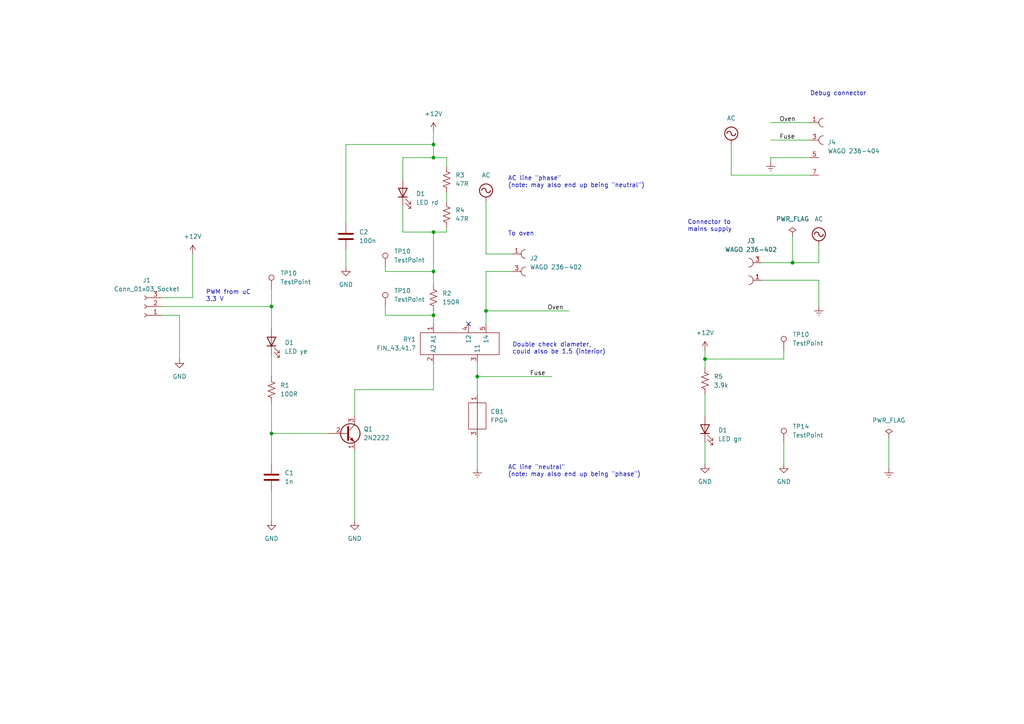
<source format=kicad_sch>
(kicad_sch (version 20230121) (generator eeschema)
  (paper "A4")
  (lib_symbols
    (symbol "Connector:Conn_01x03_Socket" (pin_names (offset 1.016) hide)
      (property "Reference" "J" (at 0 5.08 0))
      (property "Value" "Conn_01x03_Socket" (at 0 -5.08 0))
      (symbol "Conn_01x03_Socket_1_1"
        (arc (start 0 -2.032) (mid -0.5058 -2.54) (end 0 -3.048) (stroke (width 0.1524)))
        (polyline (pts (xy -1.27 -2.54) (xy -0.508 -2.54)) (stroke (width 0.1524)))
        (polyline (pts (xy -1.27 0) (xy -0.508 0)) (stroke (width 0.1524)))
        (polyline (pts (xy -1.27 2.54) (xy -0.508 2.54)) (stroke (width 0.1524)))
        (arc (start 0 0.508) (mid -0.5058 0) (end 0 -0.508) (stroke (width 0.1524)))
        (arc (start 0 3.048) (mid -0.5058 2.54) (end 0 2.032) (stroke (width 0.1524)))
        (pin passive line (at -5.08 2.54 0) (length 3.81) (name "Pin_1") (number "1"))
        (pin passive line (at -5.08 0 0) (length 3.81) (name "Pin_2") (number "2"))
        (pin passive line (at -5.08 -2.54 0) (length 3.81) (name "Pin_3") (number "3"))
      )
    )
    (symbol "Connector:TestPoint" (pin_numbers hide) (pin_names (offset 0.762) hide)
      (property "Reference" "TP" (at 0 6.858 0))
      (property "Value" "TestPoint" (at 0 5.08 0))
      (symbol "TestPoint_0_1"
        (circle (center 0 3.302) (radius 0.762))
      )
      (symbol "TestPoint_1_1"
        (pin passive line (at 0 0 90) (length 2.54) (name "1") (number "1"))
      )
    )
    (symbol "Device:C" (pin_numbers hide) (pin_names (offset 0.254))
      (property "Reference" "C" (at 0.635 2.54 0))
      (property "Value" "C" (at 0.635 -2.54 0))
      (symbol "C_0_1"
        (polyline (pts (xy -2.032 -0.762) (xy 2.032 -0.762)) (stroke (width 0.508)))
        (polyline (pts (xy -2.032 0.762) (xy 2.032 0.762)) (stroke (width 0.508)))
      )
      (symbol "C_1_1"
        (pin passive line (at 0 3.81 270) (length 2.794) (name "~") (number "1"))
        (pin passive line (at 0 -3.81 90) (length 2.794) (name "~") (number "2"))
      )
    )
    (symbol "Device:LED" (pin_numbers hide) (pin_names (offset 1.016) hide)
      (property "Reference" "D" (at 0 2.54 0))
      (property "Value" "LED" (at 0 -2.54 0))
      (symbol "LED_0_1"
        (polyline (pts (xy -1.27 -1.27) (xy -1.27 1.27)) (stroke (width 0.254)))
        (polyline (pts (xy -1.27 0) (xy 1.27 0)))
        (polyline (pts (xy 1.27 -1.27) (xy 1.27 1.27) (xy -1.27 0) (xy 1.27 -1.27)) (stroke (width 0.254)))
        (polyline (pts (xy -3.048 -0.762) (xy -4.572 -2.286) (xy -3.81 -2.286) (xy -4.572 -2.286) (xy -4.572 -1.524)))
        (polyline (pts (xy -1.778 -0.762) (xy -3.302 -2.286) (xy -2.54 -2.286) (xy -3.302 -2.286) (xy -3.302 -1.524)))
      )
      (symbol "LED_1_1"
        (pin passive line (at -3.81 0 0) (length 2.54) (name "K") (number "1"))
        (pin passive line (at 3.81 0 180) (length 2.54) (name "A") (number "2"))
      )
    )
    (symbol "Device:R_US" (pin_numbers hide) (pin_names (offset 0))
      (property "Reference" "R" (at 2.54 0 90))
      (property "Value" "R_US" (at -2.54 0 90))
      (symbol "R_US_0_1"
        (polyline (pts (xy 0 -2.286) (xy 0 -2.54)))
        (polyline (pts (xy 0 2.286) (xy 0 2.54)))
        (polyline (pts (xy 0 -0.762) (xy 1.016 -1.143) (xy 0 -1.524) (xy -1.016 -1.905) (xy 0 -2.286)))
        (polyline (pts (xy 0 0.762) (xy 1.016 0.381) (xy 0 0) (xy -1.016 -0.381) (xy 0 -0.762)))
        (polyline (pts (xy 0 2.286) (xy 1.016 1.905) (xy 0 1.524) (xy -1.016 1.143) (xy 0 0.762)))
      )
      (symbol "R_US_1_1"
        (pin passive line (at 0 3.81 270) (length 1.27) (name "~") (number "1"))
        (pin passive line (at 0 -3.81 90) (length 1.27) (name "~") (number "2"))
      )
    )
    (symbol "active:2N2222" (pin_names hide)
      (property "Reference" "Q" (at 5.715 1.27 0))
      (property "Value" "2N2222" (at 8.763 -1.27 0))
      (symbol "2N2222_0_1"
        (polyline (pts (xy 0.635 0.635) (xy 2.54 2.54)))
        (polyline (pts (xy 0.635 -0.635) (xy 2.54 -2.54) (xy 2.54 -2.54)))
        (polyline (pts (xy 0.635 1.905) (xy 0.635 -1.905) (xy 0.635 -1.905)) (stroke (width 0.508)))
        (polyline (pts (xy 1.27 -1.778) (xy 1.778 -1.27) (xy 2.286 -2.286) (xy 1.27 -1.778) (xy 1.27 -1.778)) (fill (type outline)))
        (circle (center 1.27 0) (radius 2.8194) (stroke (width 0.254)))
      )
      (symbol "2N2222_1_1"
        (pin passive line (at 2.54 -5.08 90) (length 2.54) (name "E") (number "1"))
        (pin input line (at -5.08 0 0) (length 5.715) (name "B") (number "2"))
        (pin passive line (at 2.54 5.08 270) (length 2.54) (name "C") (number "3"))
      )
    )
    (symbol "connectors:WAGO_236-402" (pin_names hide)
      (property "Reference" "J" (at 0 6.35 0))
      (property "Value" "WAGO 236-402" (at 0 -6.35 0))
      (symbol "WAGO_236-402_0_1"
        (arc (start 0 -2.54) (mid 0.372 -3.438) (end 1.27 -3.81))
        (arc (start 0 2.54) (mid 0.372 1.642) (end 1.27 1.27))
        (arc (start 1.27 -1.27) (mid 0.372 -1.642) (end 0 -2.54))
        (arc (start 1.27 3.81) (mid 0.372 3.438) (end 0 2.54))
      )
      (symbol "WAGO_236-402_1_1"
        (pin passive line (at -2.54 2.54 0) (length 2.54) (name "A") (number "1"))
        (pin passive line (at -2.54 2.54 0) (length 2.54) hide (name "B") (number "2"))
        (pin passive line (at -2.54 -2.54 0) (length 2.54) (name "C") (number "3"))
        (pin passive line (at -2.54 -2.54 0) (length 2.54) hide (name "D") (number "4"))
      )
    )
    (symbol "connectors:WAGO_236-404" (pin_names hide)
      (property "Reference" "J" (at 0 12.7 0))
      (property "Value" "WAGO 236-404" (at 0 -11.43 0))
      (symbol "WAGO_236-404_0_1"
        (arc (start 0 2.54) (mid 0.372 1.642) (end 1.27 1.27))
        (arc (start 0 7.62) (mid 0.372 6.722) (end 1.27 6.35))
        (arc (start 1.27 3.81) (mid 0.372 3.438) (end 0 2.54))
        (arc (start 1.27 8.89) (mid 0.372 8.518) (end 0 7.62))
      )
      (symbol "WAGO_236-404_1_1"
        (pin passive line (at -2.54 7.62 0) (length 2.54) (name "A") (number "1"))
        (pin passive line (at -2.54 7.62 0) (length 2.54) hide (name "B") (number "2"))
        (pin passive line (at -2.54 2.54 0) (length 2.54) (name "C") (number "3"))
        (pin passive line (at -2.54 2.54 0) (length 2.54) hide (name "D") (number "4"))
        (pin passive line (at -2.54 -2.54 0) (length 2.54) (name "E") (number "5"))
        (pin passive line (at -2.54 -2.54 0) (length 2.54) hide (name "F") (number "6"))
        (pin passive line (at -2.54 -7.62 0) (length 2.54) (name "G") (number "7"))
        (pin passive line (at -2.54 -7.62 0) (length 2.54) hide (name "H") (number "8"))
      )
    )
    (symbol "electrical:FIN_43.41.7"
      (property "Reference" "RY" (at 2.54 3.81 0))
      (property "Value" "FIN_43.41.7" (at 2.54 -8.89 0))
      (symbol "FIN_43.41.7_0_1"
        (rectangle (start -7.62 2.54) (end 15.24 -3.81))
      )
      (symbol "FIN_43.41.7_1_1"
        (pin passive line (at -3.81 5.08 270) (length 2.54) (name "A1") (number "1"))
        (pin passive line (at -3.81 -6.35 90) (length 2.54) (name "A2") (number "2"))
        (pin passive line (at 8.89 -6.35 90) (length 2.54) (name "11") (number "3"))
        (pin passive line (at 6.35 5.08 270) (length 2.54) (name "12") (number "4"))
        (pin passive line (at 11.43 5.08 270) (length 2.54) (name "14") (number "5"))
      )
    )
    (symbol "electrical:FPG4" (pin_names hide)
      (property "Reference" "CB" (at 0 3.81 0))
      (property "Value" "FPG4" (at 0 -3.81 0))
      (symbol "FPG4_0_1"
        (rectangle (start -3.81 2.54) (end 3.81 -2.54))
        (polyline (pts (xy -3.81 0) (xy 3.81 0)))
      )
      (symbol "FPG4_1_1"
        (pin passive line (at -6.35 0 0) (length 2.54) (name "A") (number "1"))
        (pin passive line (at -6.35 0 0) (length 2.54) hide (name "B") (number "2"))
        (pin passive line (at 6.35 0 180) (length 2.54) (name "C") (number "3"))
        (pin passive line (at 6.35 0 180) (length 2.54) hide (name "D") (number "4"))
      )
    )
    (symbol "power:+12V" (power) (pin_names (offset 0))
      (property "Value" "+12V" (at 0 3.556 0))
      (symbol "+12V_0_1"
        (polyline (pts (xy -0.762 1.27) (xy 0 2.54)))
        (polyline (pts (xy 0 0) (xy 0 2.54)))
        (polyline (pts (xy 0 2.54) (xy 0.762 1.27)))
      )
      (symbol "+12V_1_1"
        (pin power_in line (at 0 0 90) (length 0) hide (name "+12V") (number "1"))
      )
    )
    (symbol "power:AC" (power) (pin_names (offset 0))
      (property "Value" "AC" (at 0 6.35 0))
      (symbol "AC_0_1"
        (polyline (pts (xy 0 0) (xy 0 1.27)))
        (arc (start 0 3.175) (mid -0.635 3.8073) (end -1.27 3.175) (stroke (width 0.254)))
        (arc (start 0 3.175) (mid 0.635 2.5427) (end 1.27 3.175) (stroke (width 0.254)))
        (circle (center 0 3.175) (radius 1.905) (stroke (width 0.254)))
      )
      (symbol "AC_1_1"
        (pin power_in line (at 0 0 90) (length 0) hide (name "AC") (number "1"))
      )
    )
    (symbol "power:Earth" (power) (pin_names (offset 0))
      (symbol "Earth_0_1"
        (polyline (pts (xy -0.635 -1.905) (xy 0.635 -1.905)))
        (polyline (pts (xy -0.127 -2.54) (xy 0.127 -2.54)))
        (polyline (pts (xy 0 -1.27) (xy 0 0)))
        (polyline (pts (xy 1.27 -1.27) (xy -1.27 -1.27)))
      )
      (symbol "Earth_1_1"
        (pin power_in line (at 0 0 270) (length 0) hide (name "Earth") (number "1"))
      )
    )
    (symbol "power:GND" (power) (pin_names (offset 0))
      (property "Value" "GND" (at 0 -3.81 0))
      (symbol "GND_0_1"
        (polyline (pts (xy 0 0) (xy 0 -1.27) (xy 1.27 -1.27) (xy 0 -2.54) (xy -1.27 -1.27) (xy 0 -1.27)))
      )
      (symbol "GND_1_1"
        (pin power_in line (at 0 0 270) (length 0) hide (name "GND") (number "1"))
      )
    )
    (symbol "power:PWR_FLAG" (power) (pin_numbers hide) (pin_names (offset 0) hide)
      (property "Value" "PWR_FLAG" (at 0 3.81 0))
      (symbol "PWR_FLAG_0_0"
        (pin power_out line (at 0 0 90) (length 0) (name "pwr") (number "1"))
      )
      (symbol "PWR_FLAG_0_1"
        (polyline (pts (xy 0 0) (xy 0 1.27) (xy -1.016 1.905) (xy 0 2.54) (xy 1.016 1.905) (xy 0 1.27)))
      )
    )
  )
  (junction (at 78.74 88.9))
  (junction (at 78.74 125.73))
  (junction (at 125.73 78.74))
  (junction (at 125.73 91.44))
  (junction (at 229.87 76.2))
  (junction (at 125.73 41.91))
  (junction (at 125.73 45.72))
  (junction (at 138.43 109.22))
  (junction (at 140.97 90.17))
  (junction (at 204.47 104.14))
  (junction (at 125.73 67.31))
  (no_connect (at 135.89 93.98))
  (wire (pts (xy 111.76 78.74) (xy 125.73 78.74)))
  (wire (pts (xy 46.99 91.44) (xy 52.07 91.44)))
  (wire (pts (xy 125.73 67.31) (xy 125.73 78.74)))
  (wire (pts (xy 204.47 101.6) (xy 204.47 104.14)))
  (wire (pts (xy 227.33 128.27) (xy 227.33 134.62)))
  (wire (pts (xy 111.76 91.44) (xy 125.73 91.44)))
  (wire (pts (xy 229.87 68.58) (xy 229.87 76.2)))
  (wire (pts (xy 140.97 78.74) (xy 140.97 90.17)))
  (wire (pts (xy 220.98 76.2) (xy 229.87 76.2)))
  (wire (pts (xy 78.74 88.9) (xy 78.74 95.25)))
  (wire (pts (xy 78.74 83.82) (xy 78.74 88.9)))
  (wire (pts (xy 46.99 86.36) (xy 55.88 86.36)))
  (wire (pts (xy 237.49 71.12) (xy 237.49 76.2)))
  (wire (pts (xy 223.52 40.64) (xy 234.95 40.64)))
  (wire (pts (xy 204.47 104.14) (xy 227.33 104.14)))
  (wire (pts (xy 138.43 109.22) (xy 138.43 114.3)))
  (wire (pts (xy 223.52 35.56) (xy 234.95 35.56)))
  (wire (pts (xy 204.47 114.3) (xy 204.47 120.65)))
  (wire (pts (xy 257.81 127) (xy 257.81 135.89)))
  (wire (pts (xy 111.76 77.47) (xy 111.76 78.74)))
  (wire (pts (xy 138.43 109.22) (xy 160.02 109.22)))
  (wire (pts (xy 100.33 41.91) (xy 100.33 64.77)))
  (wire (pts (xy 102.87 130.81) (xy 102.87 151.13)))
  (wire (pts (xy 100.33 72.39) (xy 100.33 77.47)))
  (wire (pts (xy 125.73 45.72) (xy 116.84 45.72)))
  (wire (pts (xy 204.47 128.27) (xy 204.47 134.62)))
  (wire (pts (xy 46.99 88.9) (xy 78.74 88.9)))
  (wire (pts (xy 234.95 45.72) (xy 223.52 45.72)))
  (wire (pts (xy 111.76 88.9) (xy 111.76 91.44)))
  (wire (pts (xy 140.97 90.17) (xy 140.97 93.98)))
  (wire (pts (xy 212.09 41.91) (xy 212.09 50.8)))
  (wire (pts (xy 237.49 81.28) (xy 237.49 88.9)))
  (wire (pts (xy 55.88 86.36) (xy 55.88 73.66)))
  (wire (pts (xy 78.74 102.87) (xy 78.74 109.22)))
  (wire (pts (xy 125.73 113.03) (xy 102.87 113.03)))
  (wire (pts (xy 129.54 45.72) (xy 129.54 48.26)))
  (wire (pts (xy 116.84 67.31) (xy 125.73 67.31)))
  (wire (pts (xy 220.98 81.28) (xy 237.49 81.28)))
  (wire (pts (xy 129.54 55.88) (xy 129.54 58.42)))
  (wire (pts (xy 125.73 105.41) (xy 125.73 113.03)))
  (wire (pts (xy 78.74 125.73) (xy 95.25 125.73)))
  (wire (pts (xy 138.43 127) (xy 138.43 135.89)))
  (wire (pts (xy 102.87 113.03) (xy 102.87 120.65)))
  (wire (pts (xy 52.07 91.44) (xy 52.07 104.14)))
  (wire (pts (xy 78.74 116.84) (xy 78.74 125.73)))
  (wire (pts (xy 116.84 59.69) (xy 116.84 67.31)))
  (wire (pts (xy 223.52 45.72) (xy 223.52 46.99)))
  (wire (pts (xy 138.43 105.41) (xy 138.43 109.22)))
  (wire (pts (xy 129.54 66.04) (xy 129.54 67.31)))
  (wire (pts (xy 125.73 91.44) (xy 125.73 93.98)))
  (wire (pts (xy 204.47 104.14) (xy 204.47 106.68)))
  (wire (pts (xy 140.97 73.66) (xy 148.59 73.66)))
  (wire (pts (xy 125.73 78.74) (xy 125.73 82.55)))
  (wire (pts (xy 125.73 90.17) (xy 125.73 91.44)))
  (wire (pts (xy 100.33 41.91) (xy 125.73 41.91)))
  (wire (pts (xy 125.73 67.31) (xy 129.54 67.31)))
  (wire (pts (xy 229.87 76.2) (xy 237.49 76.2)))
  (wire (pts (xy 116.84 45.72) (xy 116.84 52.07)))
  (wire (pts (xy 78.74 125.73) (xy 78.74 134.62)))
  (wire (pts (xy 125.73 41.91) (xy 125.73 45.72)))
  (wire (pts (xy 125.73 45.72) (xy 129.54 45.72)))
  (wire (pts (xy 140.97 58.42) (xy 140.97 73.66)))
  (wire (pts (xy 212.09 50.8) (xy 234.95 50.8)))
  (wire (pts (xy 227.33 104.14) (xy 227.33 101.6)))
  (wire (pts (xy 148.59 78.74) (xy 140.97 78.74)))
  (wire (pts (xy 125.73 38.1) (xy 125.73 41.91)))
  (wire (pts (xy 140.97 90.17) (xy 165.1 90.17)))
  (wire (pts (xy 78.74 142.24) (xy 78.74 151.13)))
  (text "Double check diameter,\ncould also be 1.5 (interior)" (at 148.59 102.87 0) (effects (font (size 1.27 1.27)) (justify left bottom)))
  (text "To oven" (at 147.32 68.58 0) (effects (font (size 1.27 1.27)) (justify left bottom)))
  (text "AC line \"neutral\"\n(note: may also end up being \"phase\")" (at 147.32 138.43 0) (effects (font (size 1.27 1.27)) (justify left bottom)))
  (text "AC line \"phase\"\n(note: may also end up being \"neutral\")" (at 147.32 54.61 0) (effects (font (size 1.27 1.27)) (justify left bottom)))
  (text "Debug connector" (at 234.95 27.94 0) (effects (font (size 1.27 1.27)) (justify left bottom)))
  (text "Connector to\nmains supply" (at 199.39 67.31 0) (effects (font (size 1.27 1.27)) (justify left bottom)))
  (text "PWM from uC\n3.3 V" (at 59.69 87.63 0) (effects (font (size 1.27 1.27)) (justify left bottom)))
  (label "Fuse" (at 153.67 109.22 0))
  (label "Fuse" (at 226.06 40.64 0))
  (label "Oven" (at 226.06 35.56 0))
  (label "Oven" (at 158.75 90.17 0))
  (symbol (lib_id "power:Earth") (at 223.52 46.99 0) (unit 1)
    (property "Reference" "#PWR012" (effects hide))
    (property "Value" "Earth" (effects hide))
    (instances (project "controller" (path "" (reference "#PWR012") (unit 1))) (project "controller_v2" (path "" (reference "#PWR?") (unit 1)) (path "" (reference "#PWR012") (unit 1))))
  )
  (symbol (lib_id "Device:R_US") (at 78.74 113.03 0) (unit 1)
    (property "Reference" "R1" (at 81.28 111.76 0) (effects (justify left)))
    (property "Value" "100R" (at 81.28 114.3 0) (effects (justify left)))
    (property "Footprint" "Resistor_THT:R_Axial_DIN0207_L6.3mm_D2.5mm_P10.16mm_Horizontal" (effects hide))
    (instances (project "controller" (path "" (reference "R1") (unit 1))) (project "controller_v2" (path "" (reference "R?") (unit 1)) (path "" (reference "R1") (unit 1))))
  )
  (symbol (lib_id "power:GND") (at 204.47 134.62 0) (unit 1)
    (property "Reference" "#PWR010" (effects hide))
    (property "Value" "GND" (at 204.47 139.7 0))
    (instances (project "controller" (path "" (reference "#PWR010") (unit 1))) (project "controller_v2" (path "" (reference "#PWR?") (unit 1)) (path "" (reference "#PWR010") (unit 1))))
  )
  (symbol (lib_id "Connector:Conn_01x03_Socket") (at 41.91 88.9 180) (unit 1)
    (property "Reference" "J1" (at 42.545 81.28 0))
    (property "Value" "Conn_01x03_Socket" (at 42.545 83.82 0))
    (property "Footprint" "Connector_PinSocket_2.54mm:PinSocket_1x03_P2.54mm_Vertical" (effects hide))
    (instances (project "controller" (path "" (reference "J1") (unit 1))) (project "controller_v2" (path "" (reference "J?") (unit 1)) (path "" (reference "J1") (unit 1))))
  )
  (symbol (lib_id "power:Earth") (at 257.81 135.89 0) (unit 1)
    (property "Reference" "#PWR017" (effects hide))
    (property "Value" "Earth" (effects hide))
    (instances (project "controller" (path "" (reference "#PWR017") (unit 1))) (project "controller_v2" (path "" (reference "#PWR?") (unit 1)) (path "" (reference "#PWR017") (unit 1))))
  )
  (symbol (lib_id "power:Earth") (at 237.49 88.9 0) (unit 1)
    (property "Reference" "#PWR015" (effects hide))
    (property "Value" "Earth" (effects hide))
    (instances (project "controller" (path "" (reference "#PWR015") (unit 1))) (project "controller_v2" (path "" (reference "#PWR?") (unit 1)) (path "" (reference "#PWR015") (unit 1))))
  )
  (symbol (lib_id "connectors:WAGO_236-402") (at 218.44 78.74 180) (unit 1)
    (property "Reference" "J3" (at 217.805 69.85 0))
    (property "Value" "WAGO 236-402" (at 217.805 72.39 0))
    (property "Footprint" "connectors:WAGO 236-402" (effects hide))
    (instances (project "controller" (path "" (reference "J3") (unit 1))) (project "controller_v2" (path "" (reference "J?") (unit 1)) (path "" (reference "J3") (unit 1))))
  )
  (symbol (lib_id "power:+12V") (at 204.47 101.6 0) (unit 1)
    (property "Reference" "#PWR09" (effects hide))
    (property "Value" "+12V" (at 204.47 96.52 0))
    (instances (project "controller" (path "" (reference "#PWR09") (unit 1))) (project "controller_v2" (path "" (reference "#PWR?") (unit 1)) (path "" (reference "#PWR09") (unit 1))))
  )
  (symbol (lib_id "power:+12V") (at 125.73 38.1 0) (unit 1)
    (property "Reference" "#PWR06" (effects hide))
    (property "Value" "+12V" (at 125.73 33.02 0))
    (instances (project "controller" (path "" (reference "#PWR06") (unit 1))) (project "controller_v2" (path "" (reference "#PWR?") (unit 1)) (path "" (reference "#PWR06") (unit 1))))
  )
  (symbol (lib_id "Connector:TestPoint") (at 111.76 88.9 0) (unit 1)
    (property "Reference" "TP10" (at 114.3 84.328 0) (effects (justify left)))
    (property "Value" "TestPoint" (at 114.3 86.868 0) (effects (justify left)))
    (property "Footprint" "TestPoint:TestPoint_Pad_2.0x2.0mm" (effects hide))
    (instances (project "imu-and-cortex" (path "" (reference "TP10") (unit 1))) (project "controller" (path "" (reference "TP3") (unit 1))) (project "controller_v2" (path "" (reference "TP?") (unit 1)) (path "" (reference "TP3") (unit 1))))
  )
  (symbol (lib_id "Device:LED") (at 78.74 99.06 90) (unit 1)
    (property "Reference" "D1" (at 82.55 99.3775 90) (effects (justify right)))
    (property "Value" "LED ye" (at 82.55 101.9175 90) (effects (justify right)))
    (property "Footprint" "LED_THT:LED_D5.0mm" (effects hide))
    (instances (project "imu-and-cortex" (path "" (reference "D1") (unit 1))) (project "controller" (path "" (reference "D1") (unit 1))) (project "controller_v2" (path "" (reference "D?") (unit 1)) (path "" (reference "D1") (unit 1))))
  )
  (symbol (lib_id "Connector:TestPoint") (at 227.33 101.6 0) (unit 1)
    (property "Reference" "TP10" (at 229.87 97.028 0) (effects (justify left)))
    (property "Value" "TestPoint" (at 229.87 99.568 0) (effects (justify left)))
    (property "Footprint" "TestPoint:TestPoint_Pad_2.0x2.0mm" (effects hide))
    (instances (project "imu-and-cortex" (path "" (reference "TP10") (unit 1))) (project "controller" (path "" (reference "TP4") (unit 1))) (project "controller_v2" (path "" (reference "TP?") (unit 1)) (path "" (reference "TP4") (unit 1))))
  )
  (symbol (lib_id "power:GND") (at 102.87 151.13 0) (unit 1)
    (property "Reference" "#PWR05" (effects hide))
    (property "Value" "GND" (at 102.87 156.21 0))
    (instances (project "controller" (path "" (reference "#PWR05") (unit 1))) (project "controller_v2" (path "" (reference "#PWR?") (unit 1)) (path "" (reference "#PWR05") (unit 1))))
  )
  (symbol (lib_id "Device:R_US") (at 204.47 110.49 0) (unit 1)
    (property "Reference" "R5" (at 207.01 109.22 0) (effects (justify left)))
    (property "Value" "3.9k" (at 207.01 111.76 0) (effects (justify left)))
    (property "Footprint" "Resistor_THT:R_Axial_DIN0207_L6.3mm_D2.5mm_P10.16mm_Horizontal" (effects hide))
    (instances (project "controller" (path "" (reference "R5") (unit 1))) (project "controller_v2" (path "" (reference "R?") (unit 1)) (path "" (reference "R5") (unit 1))))
  )
  (symbol (lib_id "power:AC") (at 212.09 41.91 0) (unit 1)
    (property "Reference" "#PWR011" (effects hide))
    (property "Value" "AC" (at 212.09 34.29 0))
    (instances (project "controller" (path "" (reference "#PWR011") (unit 1))) (project "controller_v2" (path "" (reference "#PWR?") (unit 1)) (path "" (reference "#PWR011") (unit 1))))
  )
  (symbol (lib_id "Device:C") (at 100.33 68.58 0) (unit 1)
    (property "Reference" "C2" (at 104.14 67.31 0) (effects (justify left)))
    (property "Value" "100n" (at 104.14 69.85 0) (effects (justify left)))
    (property "Footprint" "Capacitor_THT:C_Disc_D5.0mm_W2.5mm_P2.50mm" (effects hide))
    (instances (project "controller" (path "" (reference "C2") (unit 1))) (project "controller_v2" (path "" (reference "C?") (unit 1)) (path "" (reference "C2") (unit 1))))
  )
  (symbol (lib_id "power:PWR_FLAG") (at 257.81 127 0) (unit 1)
    (property "Reference" "#FLG04" (effects hide))
    (property "Value" "PWR_FLAG" (at 257.81 121.92 0))
    (instances (project "controller" (path "" (reference "#FLG04") (unit 1))) (project "controller_v2" (path "" (reference "#FLG?") (unit 1)) (path "" (reference "#FLG04") (unit 1))))
  )
  (symbol (lib_id "power:AC") (at 140.97 58.42 0) (unit 1)
    (property "Reference" "#PWR08" (effects hide))
    (property "Value" "AC" (at 140.97 50.8 0))
    (instances (project "controller" (path "" (reference "#PWR08") (unit 1))) (project "controller_v2" (path "" (reference "#PWR?") (unit 1)) (path "" (reference "#PWR08") (unit 1))))
  )
  (symbol (lib_id "power:GND") (at 78.74 151.13 0) (unit 1)
    (property "Reference" "#PWR03" (effects hide))
    (property "Value" "GND" (at 78.74 156.21 0))
    (instances (project "controller" (path "" (reference "#PWR03") (unit 1))) (project "controller_v2" (path "" (reference "#PWR?") (unit 1)) (path "" (reference "#PWR03") (unit 1))))
  )
  (symbol (lib_id "power:GND") (at 100.33 77.47 0) (unit 1)
    (property "Reference" "#PWR04" (effects hide))
    (property "Value" "GND" (at 100.33 82.55 0))
    (instances (project "controller" (path "" (reference "#PWR04") (unit 1))) (project "controller_v2" (path "" (reference "#PWR?") (unit 1)) (path "" (reference "#PWR04") (unit 1))))
  )
  (symbol (lib_id "Device:C") (at 78.74 138.43 0) (unit 1)
    (property "Reference" "C1" (at 82.55 137.16 0) (effects (justify left)))
    (property "Value" "1n" (at 82.55 139.7 0) (effects (justify left)))
    (property "Footprint" "Capacitor_THT:C_Disc_D5.0mm_W2.5mm_P5.00mm" (effects hide))
    (instances (project "controller" (path "" (reference "C1") (unit 1))) (project "controller_v2" (path "" (reference "C?") (unit 1)) (path "" (reference "C1") (unit 1))))
  )
  (symbol (lib_id "power:GND") (at 52.07 104.14 0) (unit 1)
    (property "Reference" "#PWR01" (effects hide))
    (property "Value" "GND" (at 52.07 109.22 0))
    (instances (project "controller" (path "" (reference "#PWR01") (unit 1))) (project "controller_v2" (path "" (reference "#PWR?") (unit 1)) (path "" (reference "#PWR01") (unit 1))))
  )
  (symbol (lib_id "Connector:TestPoint") (at 227.33 128.27 0) (unit 1)
    (property "Reference" "TP14" (at 229.87 123.698 0) (effects (justify left)))
    (property "Value" "TestPoint" (at 229.87 126.238 0) (effects (justify left)))
    (property "Footprint" "TestPoint:TestPoint_Plated_Hole_D2.0mm" (effects hide))
    (instances (project "imu-and-cortex" (path "" (reference "TP14") (unit 1))) (project "controller" (path "" (reference "TP5") (unit 1))) (project "controller_v2" (path "" (reference "TP?") (unit 1)) (path "" (reference "TP5") (unit 1))))
  )
  (symbol (lib_id "power:+12V") (at 55.88 73.66 0) (unit 1)
    (property "Reference" "#PWR02" (effects hide))
    (property "Value" "+12V" (at 55.88 68.58 0))
    (instances (project "controller" (path "" (reference "#PWR02") (unit 1))) (project "controller_v2" (path "" (reference "#PWR?") (unit 1)) (path "" (reference "#PWR02") (unit 1))))
  )
  (symbol (lib_id "Device:R_US") (at 129.54 62.23 0) (unit 1)
    (property "Reference" "R4" (at 132.08 60.96 0) (effects (justify left)))
    (property "Value" "47R" (at 132.08 63.5 0) (effects (justify left)))
    (property "Footprint" "Resistor_THT:R_Axial_DIN0207_L6.3mm_D2.5mm_P10.16mm_Horizontal" (effects hide))
    (instances (project "controller" (path "" (reference "R4") (unit 1))) (project "controller_v2" (path "" (reference "R?") (unit 1)) (path "" (reference "R4") (unit 1))))
  )
  (symbol (lib_id "Device:R_US") (at 125.73 86.36 0) (unit 1)
    (property "Reference" "R2" (at 128.27 85.09 0) (effects (justify left)))
    (property "Value" "150R" (at 128.27 87.63 0) (effects (justify left)))
    (property "Footprint" "Resistor_THT:R_Axial_DIN0207_L6.3mm_D2.5mm_P10.16mm_Horizontal" (effects hide))
    (instances (project "controller" (path "" (reference "R2") (unit 1))) (project "controller_v2" (path "" (reference "R?") (unit 1)) (path "" (reference "R2") (unit 1))))
  )
  (symbol (lib_id "active:2N2222") (at 100.33 125.73 0) (unit 1)
    (property "Reference" "Q1" (at 105.41 124.46 0) (effects (justify left)))
    (property "Value" "2N2222" (at 105.41 127 0) (effects (justify left)))
    (property "Footprint" "active:2N2222" (effects hide))
    (instances (project "controller" (path "" (reference "Q1") (unit 1))) (project "controller_v2" (path "" (reference "Q?") (unit 1)) (path "" (reference "Q1") (unit 1))))
  )
  (symbol (lib_id "Device:LED") (at 116.84 55.88 90) (unit 1)
    (property "Reference" "D1" (at 120.65 56.1975 90) (effects (justify right)))
    (property "Value" "LED rd" (at 120.65 58.7375 90) (effects (justify right)))
    (property "Footprint" "LED_THT:LED_D5.0mm" (effects hide))
    (instances (project "imu-and-cortex" (path "" (reference "D1") (unit 1))) (project "controller" (path "" (reference "D2") (unit 1))) (project "controller_v2" (path "" (reference "D?") (unit 1)) (path "" (reference "D2") (unit 1))))
  )
  (symbol (lib_id "power:GND") (at 227.33 134.62 0) (unit 1)
    (property "Reference" "#PWR013" (effects hide))
    (property "Value" "GND" (at 227.33 139.7 0))
    (instances (project "controller" (path "" (reference "#PWR013") (unit 1))) (project "controller_v2" (path "" (reference "#PWR?") (unit 1)) (path "" (reference "#PWR013") (unit 1))))
  )
  (symbol (lib_id "power:PWR_FLAG") (at 229.87 68.58 0) (unit 1)
    (property "Reference" "#FLG02" (effects hide))
    (property "Value" "PWR_FLAG" (at 229.87 63.5 0))
    (instances (project "controller" (path "" (reference "#FLG02") (unit 1))) (project "controller_v2" (path "" (reference "#FLG?") (unit 1)) (path "" (reference "#FLG02") (unit 1))))
  )
  (symbol (lib_id "power:Earth") (at 138.43 135.89 0) (unit 1)
    (property "Reference" "#PWR07" (effects hide))
    (property "Value" "Earth" (effects hide))
    (instances (project "controller" (path "" (reference "#PWR07") (unit 1))) (project "controller_v2" (path "" (reference "#PWR?") (unit 1)) (path "" (reference "#PWR07") (unit 1))))
  )
  (symbol (lib_id "Device:LED") (at 204.47 124.46 90) (unit 1)
    (property "Reference" "D1" (at 208.28 124.7775 90) (effects (justify right)))
    (property "Value" "LED gn" (at 208.28 127.3175 90) (effects (justify right)))
    (property "Footprint" "LED_THT:LED_D5.0mm" (effects hide))
    (instances (project "imu-and-cortex" (path "" (reference "D1") (unit 1))) (project "controller" (path "" (reference "D3") (unit 1))) (project "controller_v2" (path "" (reference "D?") (unit 1)) (path "" (reference "D3") (unit 1))))
  )
  (symbol (lib_id "connectors:WAGO_236-402") (at 151.13 76.2 0) (unit 1)
    (property "Reference" "J2" (at 153.67 74.93 0) (effects (justify left)))
    (property "Value" "WAGO 236-402" (at 153.67 77.47 0) (effects (justify left)))
    (property "Footprint" "connectors:WAGO 236-402" (effects hide))
    (instances (project "controller" (path "" (reference "J2") (unit 1))) (project "controller_v2" (path "" (reference "J?") (unit 1)) (path "" (reference "J2") (unit 1))))
  )
  (symbol (lib_id "Connector:TestPoint") (at 111.76 77.47 0) (unit 1)
    (property "Reference" "TP10" (at 114.3 72.898 0) (effects (justify left)))
    (property "Value" "TestPoint" (at 114.3 75.438 0) (effects (justify left)))
    (property "Footprint" "TestPoint:TestPoint_Pad_2.0x2.0mm" (effects hide))
    (instances (project "imu-and-cortex" (path "" (reference "TP10") (unit 1))) (project "controller" (path "" (reference "TP2") (unit 1))) (project "controller_v2" (path "" (reference "TP?") (unit 1)) (path "" (reference "TP2") (unit 1))))
  )
  (symbol (lib_id "electrical:FPG4") (at 138.43 120.65 270) (unit 1)
    (property "Reference" "CB1" (at 142.24 119.38 90) (effects (justify left)))
    (property "Value" "FPG4" (at 142.24 121.92 90) (effects (justify left)))
    (property "Footprint" "electrical:FPG4" (effects hide))
    (instances (project "controller" (path "" (reference "CB1") (unit 1))) (project "controller_v2" (path "" (reference "CB?") (unit 1)) (path "" (reference "CB1") (unit 1))))
  )
  (symbol (lib_id "Device:R_US") (at 129.54 52.07 0) (unit 1)
    (property "Reference" "R3" (at 132.08 50.8 0) (effects (justify left)))
    (property "Value" "47R" (at 132.08 53.34 0) (effects (justify left)))
    (property "Footprint" "Resistor_THT:R_Axial_DIN0207_L6.3mm_D2.5mm_P10.16mm_Horizontal" (effects hide))
    (instances (project "controller" (path "" (reference "R3") (unit 1))) (project "controller_v2" (path "" (reference "R?") (unit 1)) (path "" (reference "R3") (unit 1))))
  )
  (symbol (lib_id "Connector:TestPoint") (at 78.74 83.82 0) (unit 1)
    (property "Reference" "TP10" (at 81.28 79.248 0) (effects (justify left)))
    (property "Value" "TestPoint" (at 81.28 81.788 0) (effects (justify left)))
    (property "Footprint" "TestPoint:TestPoint_Pad_2.0x2.0mm" (effects hide))
    (instances (project "imu-and-cortex" (path "" (reference "TP10") (unit 1))) (project "controller" (path "" (reference "TP1") (unit 1))) (project "controller_v2" (path "" (reference "TP?") (unit 1)) (path "" (reference "TP1") (unit 1))))
  )
  (symbol (lib_id "connectors:WAGO_236-404") (at 237.49 43.18 0) (unit 1)
    (property "Reference" "J4" (at 240.03 41.275 0) (effects (justify left)))
    (property "Value" "WAGO 236-404" (at 240.03 43.815 0) (effects (justify left)))
    (property "Footprint" "connectors:WAGO 236-404" (effects hide))
    (instances (project "controller" (path "" (reference "J4") (unit 1))) (project "controller_v2" (path "" (reference "J?") (unit 1)) (path "" (reference "J4") (unit 1))))
  )
  (symbol (lib_id "power:AC") (at 237.49 71.12 0) (unit 1)
    (property "Reference" "#PWR014" (effects hide))
    (property "Value" "AC" (at 237.49 63.5 0))
    (instances (project "controller" (path "" (reference "#PWR014") (unit 1))) (project "controller_v2" (path "" (reference "#PWR?") (unit 1)) (path "" (reference "#PWR014") (unit 1))))
  )
  (symbol (lib_id "electrical:FIN_43.41.7") (at 129.54 99.06 0) (unit 1)
    (property "Reference" "RY1" (at 120.65 98.425 0) (effects (justify right)))
    (property "Value" "FIN_43.41.7" (at 120.65 100.965 0) (effects (justify right)))
    (property "Footprint" "electrical:FIN 43.41.7" (effects hide))
    (instances (project "controller" (path "" (reference "RY1") (unit 1))) (project "controller_v2" (path "" (reference "RY?") (unit 1)) (path "" (reference "RY1") (unit 1))))
  )
)
</source>
